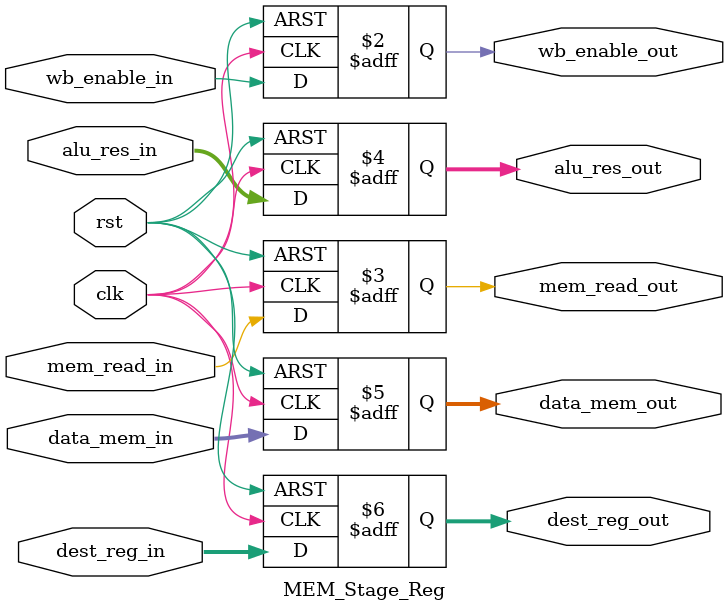
<source format=v>
module MEM_Stage_Reg(
	input clk,
	input rst,
	input wb_enable_in,
	input mem_read_in,
	input [31:0] alu_res_in,
	input [31:0] data_mem_in,
	input [3:0] dest_reg_in,
	
	output reg wb_enable_out,
	output reg mem_read_out,
	output reg [31:0] alu_res_out,
	output reg [31:0] data_mem_out,
	output reg [3:0] dest_reg_out
);

	always @(posedge clk, posedge rst) begin
        if (rst) begin
			wb_enable_out <= 1'b0;
			mem_read_out <= 1'b0;
			alu_res_out <= 32'b0;
			data_mem_out <= 32'b0;
			dest_reg_out <= 32'b0;
		end
        else begin
			wb_enable_out <= wb_enable_in;
			mem_read_out <= mem_read_in;
			alu_res_out <= alu_res_in;
			data_mem_out <= data_mem_in;
			dest_reg_out <= dest_reg_in;
		end
	end
endmodule
</source>
